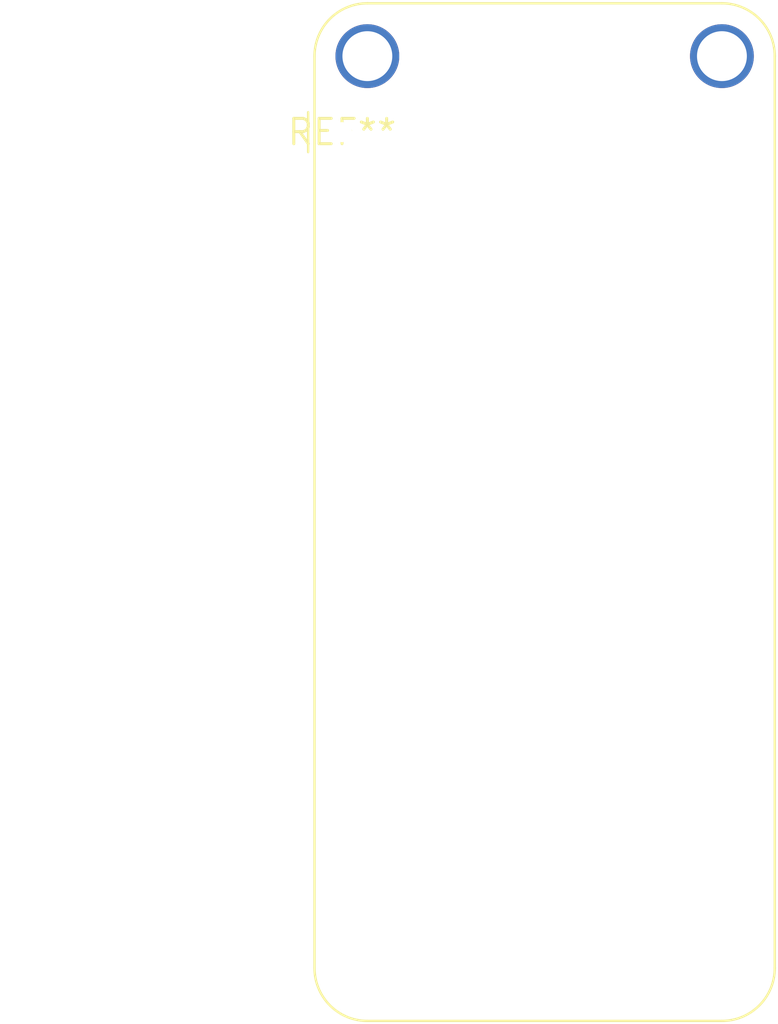
<source format=kicad_pcb>
(kicad_pcb (version 20240108) (generator pcbnew)
  (layers (0 "F.Cu" signal) (31 "B.Cu" signal) (34 "B.Paste" user) (35 "F.Paste" user) (36 "B.SilkS" user "B.Silkscreen") (37 "F.SilkS" user "F.Silkscreen") (38 "B.Mask" user) (39 "F.Mask" user) (44 "Edge.Cuts" user))
  (net 0 "")
  (footprint "Adafruit_Feather_WithMountingHoles" (layer "F.Cu") (at 0 0)
    (property "Reference" "REF**")
    (property "Value" "Adafruit_Feather_WithMountingHoles")
    (fp_line (start -1.7 1) (end -1.7 -1) (layer "F.SilkS") (stroke (width 0.12)))
    (fp_line (start -1.38 -3.81) (end -1.38 41.91) (layer "F.SilkS") (stroke (width 0.12)))
    (fp_line (start 19.05 -6.46) (end 1.27 -6.46) (layer "F.SilkS") (stroke (width 0.12)))
    (fp_line (start 19.05 44.56) (end 1.27 44.56) (layer "F.SilkS") (stroke (width 0.12)))
    (fp_line (start 21.7 -3.81) (end 21.7 41.91) (layer "F.SilkS") (stroke (width 0.12)))
    (fp_arc (start -1.38 -3.81) (mid -0.603833 -5.683833) (end 1.27 -6.46) (layer "F.SilkS") (stroke (width 0.12)))
    (fp_arc (start 1.27 44.56) (mid -0.603833 43.783833) (end -1.38 41.91) (layer "F.SilkS") (stroke (width 0.12)))
    (fp_arc (start 19.05 -6.46) (mid 20.923833 -5.683833) (end 21.7 -3.81) (layer "F.SilkS") (stroke (width 0.12)))
    (fp_arc (start 21.7 41.91) (mid 20.923833 43.783833) (end 19.05 44.56) (layer "F.SilkS") (stroke (width 0.12)))
    (pad "" np_thru_hole circle (at 1.27 -3.81 270) (size 3.2 3.2) (drill 2.5) (layers *.Cu *.Mask))
    (pad "" np_thru_hole circle (at 1.27 41.91 270) (size 2.54 2.54) (drill 2.54) (layers *.Cu *.Mask))
    (pad "" np_thru_hole circle (at 19.05 -3.81 270) (size 3.2 3.2) (drill 2.5) (layers *.Cu *.Mask))
    (pad "" np_thru_hole circle (at 19.05 41.91 270) (size 2.54 2.54) (drill 2.54) (layers *.Cu *.Mask))
    (pad "1" thru_hole rect (at 0 0) (size 2.6 1.6) (drill 1 (offset 0.3 0)) (layers *.Cu *.Mask) (remove_unused_layers))
    (pad "2" thru_hole oval (at 0 2.54) (size 2.6 1.6) (drill 1 (offset 0.3 0)) (layers *.Cu *.Mask) (remove_unused_layers))
    (pad "3" thru_hole oval (at 0 5.08) (size 2.6 1.6) (drill 1 (offset 0.3 0)) (layers *.Cu *.Mask) (remove_unused_layers))
    (pad "4" thru_hole oval (at 0 7.62) (size 2.6 1.6) (drill 1 (offset 0.3 0)) (layers *.Cu *.Mask) (remove_unused_layers))
    (pad "5" thru_hole oval (at 0 10.16) (size 2.6 1.6) (drill 1 (offset 0.3 0)) (layers *.Cu *.Mask) (remove_unused_layers))
    (pad "6" thru_hole oval (at 0 12.7) (size 2.6 1.6) (drill 1 (offset 0.3 0)) (layers *.Cu *.Mask) (remove_unused_layers))
    (pad "7" thru_hole oval (at 0 15.24) (size 2.6 1.6) (drill 1 (offset 0.3 0)) (layers *.Cu *.Mask) (remove_unused_layers))
    (pad "8" thru_hole oval (at 0 17.78) (size 2.6 1.6) (drill 1 (offset 0.3 0)) (layers *.Cu *.Mask) (remove_unused_layers))
    (pad "9" thru_hole oval (at 0 20.32) (size 2.6 1.6) (drill 1 (offset 0.3 0)) (layers *.Cu *.Mask) (remove_unused_layers))
    (pad "10" thru_hole oval (at 0 22.86) (size 2.6 1.6) (drill 1 (offset 0.3 0)) (layers *.Cu *.Mask) (remove_unused_layers))
    (pad "11" thru_hole oval (at 0 25.4) (size 2.6 1.6) (drill 1 (offset 0.3 0)) (layers *.Cu *.Mask) (remove_unused_layers))
    (pad "12" thru_hole oval (at 0 27.94) (size 2.6 1.6) (drill 1 (offset 0.3 0)) (layers *.Cu *.Mask) (remove_unused_layers))
    (pad "13" thru_hole oval (at 0 30.48) (size 2.6 1.6) (drill 1 (offset 0.3 0)) (layers *.Cu *.Mask) (remove_unused_layers))
    (pad "14" thru_hole oval (at 0 33.02) (size 2.6 1.6) (drill 1 (offset 0.3 0)) (layers *.Cu *.Mask) (remove_unused_layers))
    (pad "15" thru_hole oval (at 0 35.56) (size 2.6 1.6) (drill 1 (offset 0.3 0)) (layers *.Cu *.Mask) (remove_unused_layers))
    (pad "16" thru_hole oval (at 0 38.1) (size 2.6 1.6) (drill 1 (offset 0.3 0)) (layers *.Cu *.Mask) (remove_unused_layers))
    (pad "17" thru_hole oval (at 20.32 38.1 180) (size 2.6 1.6) (drill 1 (offset 0.3 0)) (layers *.Cu *.Mask) (remove_unused_layers))
    (pad "18" thru_hole oval (at 20.32 35.56 180) (size 2.6 1.6) (drill 1 (offset 0.3 0)) (layers *.Cu *.Mask) (remove_unused_layers))
    (pad "19" thru_hole oval (at 20.32 33.02 180) (size 2.6 1.6) (drill 1 (offset 0.3 0)) (layers *.Cu *.Mask) (remove_unused_layers))
    (pad "20" thru_hole oval (at 20.32 30.48 180) (size 2.6 1.6) (drill 1 (offset 0.3 0)) (layers *.Cu *.Mask) (remove_unused_layers))
    (pad "21" thru_hole oval (at 20.32 27.94 180) (size 2.6 1.6) (drill 1 (offset 0.3 0)) (layers *.Cu *.Mask) (remove_unused_layers))
    (pad "22" thru_hole oval (at 20.32 25.4 180) (size 2.6 1.6) (drill 1 (offset 0.3 0)) (layers *.Cu *.Mask) (remove_unused_layers))
    (pad "23" thru_hole oval (at 20.32 22.86 180) (size 2.6 1.6) (drill 1 (offset 0.3 0)) (layers *.Cu *.Mask) (remove_unused_layers))
    (pad "24" thru_hole oval (at 20.32 20.32 180) (size 2.6 1.6) (drill 1 (offset 0.3 0)) (layers *.Cu *.Mask) (remove_unused_layers))
    (pad "25" thru_hole oval (at 20.32 17.78 180) (size 2.6 1.6) (drill 1 (offset 0.3 0)) (layers *.Cu *.Mask) (remove_unused_layers))
    (pad "26" thru_hole oval (at 20.32 15.24 180) (size 2.6 1.6) (drill 1 (offset 0.3 0)) (layers *.Cu *.Mask) (remove_unused_layers))
    (pad "27" thru_hole oval (at 20.32 12.7 180) (size 2.6 1.6) (drill 1 (offset 0.3 0)) (layers *.Cu *.Mask) (remove_unused_layers))
    (pad "28" thru_hole oval (at 20.32 10.16 180) (size 2.6 1.6) (drill 1 (offset 0.3 0)) (layers *.Cu *.Mask) (remove_unused_layers))
  )
)
</source>
